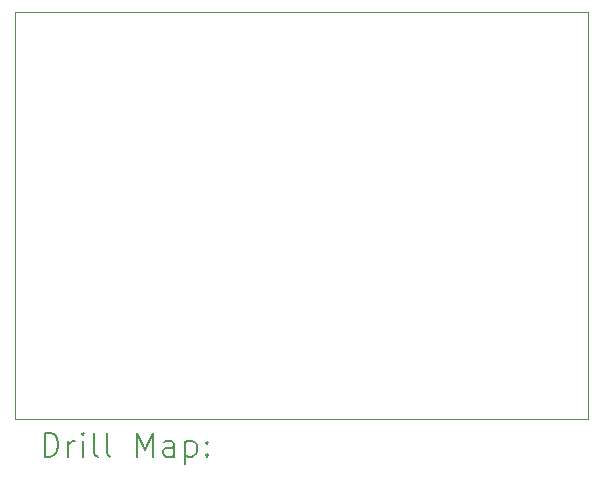
<source format=gbr>
%FSLAX45Y45*%
G04 Gerber Fmt 4.5, Leading zero omitted, Abs format (unit mm)*
G04 Created by KiCad (PCBNEW (6.0.2-0)) date 2024-11-08 08:50:23*
%MOMM*%
%LPD*%
G01*
G04 APERTURE LIST*
%TA.AperFunction,Profile*%
%ADD10C,0.100000*%
%TD*%
%ADD11C,0.200000*%
G04 APERTURE END LIST*
D10*
X8300000Y-3850000D02*
X13150000Y-3850000D01*
X13150000Y-3850000D02*
X13150000Y-7300000D01*
X13150000Y-7300000D02*
X8300000Y-7300000D01*
X8300000Y-7300000D02*
X8300000Y-3850000D01*
D11*
X8552619Y-7615476D02*
X8552619Y-7415476D01*
X8600238Y-7415476D01*
X8628810Y-7425000D01*
X8647857Y-7444048D01*
X8657381Y-7463095D01*
X8666905Y-7501190D01*
X8666905Y-7529762D01*
X8657381Y-7567857D01*
X8647857Y-7586905D01*
X8628810Y-7605952D01*
X8600238Y-7615476D01*
X8552619Y-7615476D01*
X8752619Y-7615476D02*
X8752619Y-7482143D01*
X8752619Y-7520238D02*
X8762143Y-7501190D01*
X8771667Y-7491667D01*
X8790714Y-7482143D01*
X8809762Y-7482143D01*
X8876429Y-7615476D02*
X8876429Y-7482143D01*
X8876429Y-7415476D02*
X8866905Y-7425000D01*
X8876429Y-7434524D01*
X8885952Y-7425000D01*
X8876429Y-7415476D01*
X8876429Y-7434524D01*
X9000238Y-7615476D02*
X8981190Y-7605952D01*
X8971667Y-7586905D01*
X8971667Y-7415476D01*
X9105000Y-7615476D02*
X9085952Y-7605952D01*
X9076429Y-7586905D01*
X9076429Y-7415476D01*
X9333571Y-7615476D02*
X9333571Y-7415476D01*
X9400238Y-7558333D01*
X9466905Y-7415476D01*
X9466905Y-7615476D01*
X9647857Y-7615476D02*
X9647857Y-7510714D01*
X9638333Y-7491667D01*
X9619286Y-7482143D01*
X9581190Y-7482143D01*
X9562143Y-7491667D01*
X9647857Y-7605952D02*
X9628810Y-7615476D01*
X9581190Y-7615476D01*
X9562143Y-7605952D01*
X9552619Y-7586905D01*
X9552619Y-7567857D01*
X9562143Y-7548809D01*
X9581190Y-7539286D01*
X9628810Y-7539286D01*
X9647857Y-7529762D01*
X9743095Y-7482143D02*
X9743095Y-7682143D01*
X9743095Y-7491667D02*
X9762143Y-7482143D01*
X9800238Y-7482143D01*
X9819286Y-7491667D01*
X9828810Y-7501190D01*
X9838333Y-7520238D01*
X9838333Y-7577381D01*
X9828810Y-7596428D01*
X9819286Y-7605952D01*
X9800238Y-7615476D01*
X9762143Y-7615476D01*
X9743095Y-7605952D01*
X9924048Y-7596428D02*
X9933571Y-7605952D01*
X9924048Y-7615476D01*
X9914524Y-7605952D01*
X9924048Y-7596428D01*
X9924048Y-7615476D01*
X9924048Y-7491667D02*
X9933571Y-7501190D01*
X9924048Y-7510714D01*
X9914524Y-7501190D01*
X9924048Y-7491667D01*
X9924048Y-7510714D01*
M02*

</source>
